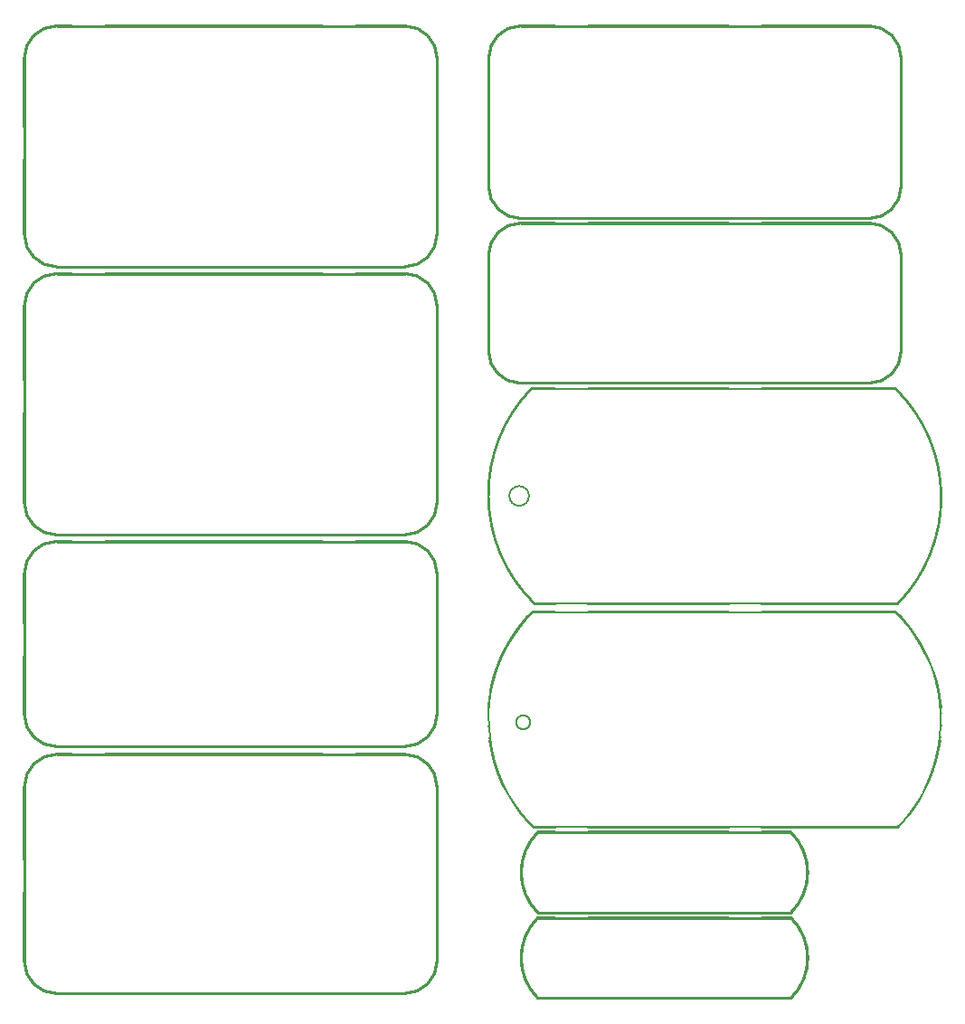
<source format=gbr>
%TF.GenerationSoftware,Altium Limited,Altium Designer,20.0.10 (225)*%
G04 Layer_Color=16711935*
%FSLAX26Y26*%
%MOIN*%
%TF.FileFunction,Other,Mechanical_1*%
%TF.Part,CustomerPanel*%
G01*
G75*
%TA.AperFunction,NonConductor*%
%ADD26C,0.010000*%
%ADD28C,0.006000*%
%ADD29C,0.005984*%
D26*
X1986341Y3169567D02*
G03*
X2104451Y3051457I118110J0D01*
G01*
X3505632Y3642008D02*
G03*
X3387522Y3760118I-118110J0D01*
G01*
Y3051457D02*
G03*
X3505632Y3169567I0J118110D01*
G01*
X2104451Y3760118D02*
G03*
X1986341Y3642008I0J-118110D01*
G01*
X3505632D02*
Y3169567D01*
X1986341Y3642008D02*
Y3169567D01*
X2104451Y3051457D02*
X3387522D01*
X2104451Y3760118D02*
X3387522D01*
X3099955Y178740D02*
G03*
X3099955Y473740I-147500J147500D01*
G01*
X2167396D02*
G03*
X2167396Y178740I147500J-147500D01*
G01*
X3099955D01*
X2167396Y473740D02*
X3099955D01*
Y493701D02*
G03*
X3099955Y788701I-147500J147500D01*
G01*
X2167396D02*
G03*
X2167396Y493701I147500J-147500D01*
G01*
X3099955D01*
X2167396Y788701D02*
X3099955D01*
X275591Y1223858D02*
G03*
X393701Y1105748I118110J0D01*
G01*
X1676772D02*
G03*
X1794882Y1223858I0J118110D01*
G01*
X393701Y1860748D02*
G03*
X275591Y1742638I0J-118110D01*
G01*
X1794882D02*
G03*
X1676772Y1860748I-118110J0D01*
G01*
X1794882Y1223858D02*
Y1742638D01*
X275591Y1223858D02*
Y1742638D01*
X393701Y1105748D02*
X1676772Y1105748D01*
X393701Y1860748D02*
X1676772Y1860748D01*
X275591Y2003858D02*
G03*
X393701Y1885748I118110J0D01*
G01*
X1676772D02*
G03*
X1794882Y2003858I0J118110D01*
G01*
X393701Y2847638D02*
G03*
X275591Y2729528I0J-118110D01*
G01*
X1794882D02*
G03*
X1676772Y2847638I-118110J0D01*
G01*
X1794882Y2003858D02*
Y2729528D01*
X275591Y2003858D02*
Y2729528D01*
X393701Y1885748D02*
X1676772Y1885748D01*
X393701Y2847638D02*
X1676772Y2847638D01*
X1986341Y2562717D02*
G03*
X2104451Y2444606I118110J0D01*
G01*
X3387522D02*
G03*
X3505632Y2562717I0J118110D01*
G01*
Y2915630D02*
G03*
X3387522Y3033740I-118110J0D01*
G01*
X2104451D02*
G03*
X1986341Y2915630I0J-118110D01*
G01*
X3505632Y2562717D02*
Y2915630D01*
X2104451Y2444606D02*
X3387522D01*
X2104451Y3033740D02*
X3387522D01*
X1986341Y2562717D02*
Y2915630D01*
X1676772Y195748D02*
G03*
X1794882Y313858I0J118110D01*
G01*
X275591Y313858D02*
G03*
X393701Y195748I118110J0D01*
G01*
X1794882Y957638D02*
G03*
X1676772Y1075748I-118110J0D01*
G01*
X393701Y1075748D02*
G03*
X275591Y957638I0J-118110D01*
G01*
Y313858D01*
X1794882Y957638D02*
Y313858D01*
X393701Y195748D02*
X1676772Y195748D01*
X393701Y1075748D02*
X1676772Y1075748D01*
Y2874016D02*
G03*
X1794882Y2992126I0J118110D01*
G01*
X275591D02*
G03*
X393701Y2874016I118110J0D01*
G01*
X1794882Y3642008D02*
G03*
X1676772Y3760118I-118110J0D01*
G01*
X393701D02*
G03*
X275591Y3642008I0J-118110D01*
G01*
X1794882Y2992126D02*
Y3642008D01*
X393701Y2874016D02*
X1676772D01*
X275591Y2992126D02*
Y3640118D01*
X393701Y3760118D02*
X1676772D01*
D28*
X3495731Y1631645D02*
G03*
X3655243Y2023740I-402149J392095D01*
G01*
X3532777Y1551913D02*
G03*
X3532630Y1552097I-2416J-1781D01*
G01*
X3532777Y1551913D02*
G03*
X3532630Y1552097I-2416J-1781D01*
G01*
X3503878Y1585289D02*
G03*
X3503706Y1585471I-2268J-1965D01*
G01*
X3503878Y1585289D02*
G03*
X3503717Y1585460I-2268J-1965D01*
G01*
X3387522Y3048456D02*
G03*
X3508633Y3169567I0J121111D01*
G01*
Y2915630D02*
G03*
X3387522Y3036741I-121111J0D01*
G01*
X3508633Y3642008D02*
G03*
X3387522Y3763119I-121111J0D01*
G01*
X3655243Y2023740D02*
G03*
X3485678Y2425889I-561660J0D01*
G01*
X3387522Y2441605D02*
G03*
X3508633Y2562717I0J121111D01*
G01*
X3493583Y1630739D02*
G03*
X3495731Y1631645I0J3001D01*
G01*
X3488083Y1600877D02*
G03*
X3485976Y1601741I-2107J-2137D01*
G01*
X3488093Y1600867D02*
G03*
X3485976Y1601741I-2118J-2127D01*
G01*
X3633697Y1357126D02*
G03*
X3633632Y1357350I-2912J-724D01*
G01*
X3633699Y1357121D02*
G03*
X3633697Y1357126I-2914J-718D01*
G01*
X3644295Y1314266D02*
G03*
X3644248Y1314497I-2961J-490D01*
G01*
X3644248Y1314494D02*
G03*
X3644247Y1314500I-2914J-718D01*
G01*
X3644295Y1314266D02*
G03*
X3644248Y1314494I-2961J-490D01*
G01*
X3619771Y1399017D02*
G03*
X3619688Y1399238I-2848J-947D01*
G01*
X3633698Y1357124D02*
G03*
X3633632Y1357350I-2913J-721D01*
G01*
X3651498Y1270697D02*
G03*
X3651468Y1270943I-2991J-244D01*
G01*
X3655260Y1226722D02*
G03*
X3655247Y1226970I-3001J-21D01*
G01*
X3655260Y1226709D02*
G03*
X3655249Y1226957I-3001J-8D01*
G01*
X3655260Y1226701D02*
G03*
X3655260Y1226709I-3001J0D01*
G01*
X3651497Y1270709D02*
G03*
X3651468Y1270943I-2990J-256D01*
G01*
X3558975Y1516363D02*
G03*
X3558836Y1516569I-2554J-1576D01*
G01*
X3582287Y1478896D02*
G03*
X3582174Y1479093I-2660J-1389D01*
G01*
X3582294Y1478881D02*
G03*
X3582287Y1478896I-2668J-1374D01*
G01*
X3582290Y1478889D02*
G03*
X3582167Y1479104I-2664J-1381D01*
G01*
X3558968Y1516374D02*
G03*
X3558836Y1516569I-2548J-1586D01*
G01*
X3602600Y1439689D02*
G03*
X3602500Y1439903I-2764J-1168D01*
G01*
X3619771Y1399017D02*
G03*
X3619688Y1399238I-2848J-947D01*
G01*
X3602503Y1439895D02*
G03*
X3602496Y1439910I-2668J-1374D01*
G01*
X3602600Y1439689D02*
G03*
X3602503Y1439895I-2764J-1168D01*
G01*
X3485678Y2425889D02*
G03*
X3483583Y2426741I-2095J-2149D01*
G01*
X2145000D02*
G03*
X2142851Y2425835I0J-3001D01*
G01*
X2152905Y1631591D02*
G03*
X2155000Y1630739I2095J2149D01*
G01*
X2147401Y1601741D02*
G03*
X2145253Y1600837I0J-3001D01*
G01*
X2147401Y1601741D02*
G03*
X2145264Y1600848I0J-3001D01*
G01*
X2129858Y1585224D02*
G03*
X2129688Y1585039I2127J-2118D01*
G01*
X2129847Y1585214D02*
G03*
X2129688Y1585039I2137J-2107D01*
G01*
X2098307Y1992371D02*
G03*
X2134676Y2028740I0J36369D01*
G01*
D02*
G03*
X2098307Y2065109I-36369J0D01*
G01*
X2101404Y1551449D02*
G03*
X2101259Y1551263I2296J-1933D01*
G01*
X2101404Y1551449D02*
G03*
X2101250Y1551250I2296J-1933D01*
G01*
X3655567Y1182789D02*
G03*
X3655567Y1182810I-3001J0D01*
G01*
X3655567Y1182789D02*
G03*
X3655567Y1182823I-3001J0D01*
G01*
X3655559Y1182575D02*
G03*
X3655567Y1182789I-2993J214D01*
G01*
X3655558Y1182563D02*
G03*
X3655567Y1182789I-2992J227D01*
G01*
X3652394Y1138540D02*
G03*
X3652421Y1138787I-2967J449D01*
G01*
X3652394Y1138540D02*
G03*
X3652420Y1138775I-2967J449D01*
G01*
X3645784Y1094890D02*
G03*
X3645828Y1095121I-2923J680D01*
G01*
X3645781Y1094879D02*
G03*
X3645828Y1095121I-2920J691D01*
G01*
X3635769Y1051893D02*
G03*
X3635834Y1052131I-2860J907D01*
G01*
X3635765Y1051880D02*
G03*
X3635831Y1052120I-2857J920D01*
G01*
X3622412Y1009814D02*
G03*
X3622496Y1010048I-2780J1129D01*
G01*
X3622407Y1009801D02*
G03*
X3622492Y1010035I-2776J1141D01*
G01*
X3605794Y968913D02*
G03*
X3605896Y969140I-2683J1344D01*
G01*
X3605794Y968913D02*
G03*
X3605891Y969127I-2683J1344D01*
G01*
X3586019Y929441D02*
G03*
X3586132Y929648I-2570J1550D01*
G01*
X3586019Y929441D02*
G03*
X3586132Y929648I-2570J1550D01*
G01*
X3563207Y891643D02*
G03*
X3563337Y891840I-2440J1747D01*
G01*
X3563198Y891630D02*
G03*
X3563337Y891840I-2431J1760D01*
G01*
X3537501Y855751D02*
G03*
X3537654Y855950I-2296J1933D01*
G01*
X3537501Y855751D02*
G03*
X3537645Y855937I-2296J1933D01*
G01*
X3509047Y821977D02*
G03*
X3509216Y822161I-2127J2118D01*
G01*
X3509057Y821987D02*
G03*
X3509216Y822161I-2137J2107D01*
G01*
X3491504Y805460D02*
G03*
X3493651Y806364I0J3001D01*
G01*
X3491504Y805460D02*
G03*
X3493641Y806354I0J3001D01*
G01*
X3102077Y176618D02*
G03*
X3164052Y326240I-149622J149622D01*
G01*
Y641201D02*
G03*
X3102077Y790823I-211597J0D01*
G01*
Y491579D02*
G03*
X3164052Y641201I-149622J149622D01*
G01*
X3102077Y790823D02*
G03*
X3099955Y791702I-2122J-2122D01*
G01*
X3164052Y326240D02*
G03*
X3102077Y475862I-211597J0D01*
G01*
Y790823D02*
G03*
X3099955Y791702I-2122J-2122D01*
G01*
Y490700D02*
G03*
X3102077Y491579I0J3001D01*
G01*
X3099955Y490700D02*
G03*
X3102077Y491579I0J3001D01*
G01*
Y475862D02*
G03*
X3099955Y476741I-2122J-2122D01*
G01*
Y175739D02*
G03*
X3102077Y176618I0J3001D01*
G01*
Y475862D02*
G03*
X3099955Y476741I-2122J-2122D01*
G01*
Y175739D02*
G03*
X3102077Y176618I0J3001D01*
G01*
X2167396Y791702D02*
G03*
X2165274Y790823I0J-3001D01*
G01*
X2150821Y806324D02*
G03*
X2152928Y805460I2107J2137D01*
G01*
X2167396Y791702D02*
G03*
X2165274Y790823I0J-3001D01*
G01*
X2150811Y806334D02*
G03*
X2152928Y805460I2118J2127D01*
G01*
X2167396Y476741D02*
G03*
X2165274Y475862I0J-3001D01*
G01*
Y176618D02*
G03*
X2167396Y175739I2122J2122D01*
G01*
X2165274Y491579D02*
G03*
X2167396Y490700I2122J2122D01*
G01*
X2165274Y491579D02*
G03*
X2167396Y490700I2122J2122D01*
G01*
Y476741D02*
G03*
X2165274Y475862I0J-3001D01*
G01*
Y176618D02*
G03*
X2167396Y175739I2122J2122D01*
G01*
X2135026Y821912D02*
G03*
X2135198Y821730I2268J1965D01*
G01*
X2165274Y790823D02*
G03*
X2165274Y491579I149622J-149622D01*
G01*
Y475862D02*
G03*
X2165274Y176618I149622J-149622D01*
G01*
X2106127Y855287D02*
G03*
X2106275Y855103I2416J1781D01*
G01*
X2106127Y855287D02*
G03*
X2106275Y855103I2416J1781D01*
G01*
X2135026Y821912D02*
G03*
X2135188Y821740I2268J1965D01*
G01*
X2104451Y3763119D02*
G03*
X1983340Y3642008I0J-121111D01*
G01*
X2104451Y3036741D02*
G03*
X1983340Y2915630I0J-121111D01*
G01*
Y3169567D02*
G03*
X2104451Y3048456I121111J0D01*
G01*
X1797883Y3642008D02*
G03*
X1676772Y3763119I-121111J0D01*
G01*
D02*
G03*
X1676747Y3763119I0J-3001D01*
G01*
X1797883Y2729528D02*
G03*
X1676772Y2850639I-121111J0D01*
G01*
X1676796Y2871015D02*
G03*
X1797883Y2992126I-25J121111D01*
G01*
X1676772Y2871015D02*
G03*
X1676796Y2871015I0J121111D01*
G01*
X1676772Y2871015D02*
G03*
X1676796Y2871015I0J3001D01*
G01*
X1676772Y2871015D02*
G03*
X1676796Y2871015I0J3001D01*
G01*
X1983340Y2562717D02*
G03*
X2104451Y2441605I121111J0D01*
G01*
X2098307Y2065109D02*
G03*
X2061938Y2028740I0J-36369D01*
G01*
D02*
G03*
X2098307Y1992371I36369J0D01*
G01*
X2075706Y1515570D02*
G03*
X2075568Y1515361I2431J-1760D01*
G01*
X2075697Y1515557D02*
G03*
X2075568Y1515361I2440J-1747D01*
G01*
X2052886Y1477759D02*
G03*
X2052772Y1477553I2570J-1550D01*
G01*
X2052886Y1477759D02*
G03*
X2052772Y1477553I2570J-1550D01*
G01*
X1676772Y1882747D02*
G03*
X1797883Y2003858I0J121111D01*
G01*
Y1742638D02*
G03*
X1676772Y1863749I-121111J0D01*
G01*
X2142851Y2425835D02*
G03*
X2152905Y1631591I402149J-392095D01*
G01*
X1676747Y1882747D02*
G03*
X1676772Y1882747I24J3001D01*
G01*
Y3763119D02*
G03*
X1676747Y3763119I0J-3001D01*
G01*
X393725D02*
G03*
X393701Y3763119I-24J-3001D01*
G01*
X393725Y2850639D02*
G03*
X393701Y2850639I-24J-3001D01*
G01*
X393725Y3763119D02*
G03*
X393701Y3763119I-24J-3001D01*
G01*
D02*
G03*
X272590Y3642008I0J-121111D01*
G01*
X393666Y2871015D02*
G03*
X393701Y2871015I35J121111D01*
G01*
X272590Y2992101D02*
G03*
X393666Y2871015I121111J25D01*
G01*
X272590Y2992126D02*
G03*
X272590Y2992101I121111J0D01*
G01*
X393725Y2850639D02*
G03*
X393701Y2850639I-24J-3001D01*
G01*
X393666Y2871015D02*
G03*
X393701Y2871015I35J3001D01*
G01*
X393666Y2871015D02*
G03*
X393701Y2871015I35J3001D01*
G01*
X272590Y2992126D02*
G03*
X272590Y2992101I3001J0D01*
G01*
X393701Y2850639D02*
G03*
X272590Y2729528I0J-121111D01*
G01*
X1676747Y1882747D02*
G03*
X1676772Y1882747I24J3001D01*
G01*
X393725Y1863749D02*
G03*
X393701Y1863749I-24J-3001D01*
G01*
X393725Y1863749D02*
G03*
X393701Y1863749I-24J-3001D01*
G01*
X272590Y2003858D02*
G03*
X393701Y1882747I121111J0D01*
G01*
X272590Y1742663D02*
G03*
X272590Y1742638I121111J-25D01*
G01*
X393701Y1863749D02*
G03*
X272590Y1742663I0J-121111D01*
G01*
D02*
G03*
X272590Y1742638I3001J-25D01*
G01*
X272590Y1742663D02*
G03*
X272590Y1742638I3001J-25D01*
G01*
X2033110Y1438288D02*
G03*
X2033013Y1438073I2683J-1344D01*
G01*
X2033110Y1438288D02*
G03*
X2033008Y1438061I2683J-1344D01*
G01*
X2016498Y1397399D02*
G03*
X2016413Y1397165I2776J-1141D01*
G01*
X2016493Y1397387D02*
G03*
X2016409Y1397153I2780J-1129D01*
G01*
X2003139Y1355320D02*
G03*
X2003073Y1355081I2857J-920D01*
G01*
X2003135Y1355308D02*
G03*
X2003071Y1355070I2860J-907D01*
G01*
X1993123Y1312321D02*
G03*
X1993076Y1312079I2920J-691D01*
G01*
X1993121Y1312311D02*
G03*
X1993076Y1312079I2923J-680D01*
G01*
X1986510Y1268660D02*
G03*
X1986484Y1268426I2967J-449D01*
G01*
X2036305Y967511D02*
G03*
X2036405Y967298I2764J1168D01*
G01*
X2036401Y967306D02*
G03*
X2036409Y967291I2668J1374D01*
G01*
X2036305Y967511D02*
G03*
X2036401Y967306I2764J1168D01*
G01*
X2079936Y890827D02*
G03*
X2080068Y890632I2548J1586D01*
G01*
X2056618Y928305D02*
G03*
X2056731Y928107I2660J1389D01*
G01*
X2056610Y928319D02*
G03*
X2056618Y928305I2668J1374D01*
G01*
X2056614Y928312D02*
G03*
X2056737Y928097I2664J1381D01*
G01*
X2079930Y890837D02*
G03*
X2080068Y890632I2554J1576D01*
G01*
X1994609Y1092935D02*
G03*
X1994657Y1092704I2961J490D01*
G01*
X1994656Y1092707D02*
G03*
X1994658Y1092701I2914J718D01*
G01*
X1994609Y1092935D02*
G03*
X1994656Y1092707I2961J490D01*
G01*
X1987406Y1136504D02*
G03*
X1987437Y1136257I2991J244D01*
G01*
X1987407Y1136491D02*
G03*
X1987437Y1136257I2990J256D01*
G01*
X2019133Y1008183D02*
G03*
X2019217Y1007963I2848J947D01*
G01*
X2019133Y1008183D02*
G03*
X2019217Y1007963I2848J947D01*
G01*
X2005207Y1050074D02*
G03*
X2005272Y1049851I2912J724D01*
G01*
X2005206Y1050080D02*
G03*
X2005207Y1050074I2914J718D01*
G01*
X2005207Y1050077D02*
G03*
X2005272Y1049851I2913J721D01*
G01*
X1986510Y1268660D02*
G03*
X1986484Y1268414I2967J-449D01*
G01*
X1983346Y1224638D02*
G03*
X1983338Y1224390I2992J-227D01*
G01*
X1983345Y1224626D02*
G03*
X1983338Y1224378I2993J-214D01*
G01*
X1983645Y1180491D02*
G03*
X1983656Y1180243I3001J8D01*
G01*
X1983645Y1180479D02*
G03*
X1983657Y1180231I3001J21D01*
G01*
X1676772Y1102747D02*
G03*
X1797883Y1223858I0J121111D01*
G01*
Y957638D02*
G03*
X1676772Y1078749I-121111J0D01*
G01*
X1676747Y1102747D02*
G03*
X1676772Y1102747I24J3001D01*
G01*
X272590Y1223858D02*
G03*
X272590Y1223833I3001J0D01*
G01*
X1676747Y1102747D02*
G03*
X1676772Y1102747I24J3001D01*
G01*
Y1078749D02*
G03*
X1676747Y1078749I0J-3001D01*
G01*
X1676772Y1078749D02*
G03*
X1676747Y1078749I0J-3001D01*
G01*
X272590Y1223833D02*
G03*
X393701Y1102747I121111J25D01*
G01*
X272590Y1223858D02*
G03*
X272590Y1223833I121111J0D01*
G01*
X393701Y1078749D02*
G03*
X393676Y1078749I0J-3001D01*
G01*
X1676796Y192747D02*
G03*
X1797883Y313858I-25J121111D01*
G01*
X1676772Y192747D02*
G03*
X1676796Y192747I0J121111D01*
G01*
X1676772Y192747D02*
G03*
X1676796Y192747I0J3001D01*
G01*
X1676772Y192747D02*
G03*
X1676796Y192747I0J3001D01*
G01*
X393676Y1078749D02*
G03*
X272590Y957638I25J-121111D01*
G01*
X393701Y1078749D02*
G03*
X393676Y1078749I0J-121111D01*
G01*
X393701Y192747D02*
G03*
X393725Y192747I0J3001D01*
G01*
X272590Y313858D02*
G03*
X393701Y192747I121111J0D01*
G01*
D02*
G03*
X393725Y192747I0J3001D01*
G01*
X3508633Y3495000D02*
Y3642008D01*
Y3169567D02*
Y3375000D01*
X1983340Y3495000D02*
Y3642008D01*
Y3169567D02*
Y3375000D01*
X3508633Y2825000D02*
Y2915630D01*
Y2562717D02*
Y2705000D01*
X1983340Y2825000D02*
Y2915630D01*
Y2562717D02*
Y2705000D01*
X3651498Y1270697D02*
X3653273Y1250000D01*
X3645828Y1095121D02*
X3651102Y1130000D01*
X1985164Y1250000D02*
X1986484Y1268414D01*
X1988473Y1130000D02*
X1994609Y1092935D01*
X2990000Y1601741D02*
X3485976Y1601741D01*
X2350000Y1601741D02*
X2870000Y1601741D01*
X2990000Y805460D02*
X3491504D01*
X2350000D02*
X2870000D01*
X2990000Y791702D02*
X3099955D01*
X2350000D02*
X2870000D01*
X2990000Y476741D02*
X3099955D01*
X2350000D02*
X2870000D01*
X2990000Y175739D02*
X3099955D01*
X2350000D02*
X2870000D01*
X2990000Y490700D02*
X3099955D01*
X2350000D02*
X2870000D01*
X2990000Y3048456D02*
X3387522D01*
X2350000D02*
X2870000D01*
X2990000Y3036741D02*
X3387522D01*
X2350000D02*
X2870000D01*
X2990000Y3763119D02*
X3387522D01*
X2350000D02*
X2870000D01*
X2990000Y2426741D02*
X3483583D01*
X2350000D02*
X2870000D01*
X2990000Y1630739D02*
X3493583D01*
X2350000D02*
X2870000D01*
X2990000Y2441605D02*
X3387522D01*
X2350000D02*
X2870000D01*
X2155000Y1630739D02*
X2230000D01*
X2152928Y805460D02*
X2230000D01*
X2167396Y791702D02*
X2230000D01*
X2167396Y476741D02*
X2230000D01*
X2167396Y175739D02*
X2230000D01*
X2167396Y490700D02*
X2230000D01*
X2104451Y3048456D02*
X2230000D01*
X2104451Y3036741D02*
X2230000D01*
X2104451Y3763119D02*
X2230000D01*
X2145000Y2426741D02*
X2230000D01*
X2147401Y1601741D02*
X2230000D01*
X2104451Y2441605D02*
X2230000D01*
X1495000Y1102747D02*
X1676747D01*
X570000Y1102747D02*
X1375000Y1102747D01*
X1495000Y1882747D02*
X1676747D01*
X570000Y1882747D02*
X1375000Y1882747D01*
X1495000Y192747D02*
X1676772D01*
X570000Y192747D02*
X1375000Y192747D01*
X1495000Y1078749D02*
X1676747D01*
X570000Y1078749D02*
X1375000Y1078749D01*
X1495000Y2871015D02*
X1676772D01*
X570000D02*
X1375000D01*
X1495000Y3763119D02*
X1676747D01*
X570000D02*
X1375000D01*
X1495000Y1863749D02*
X1676772D01*
X570000Y1863749D02*
X1375000Y1863749D01*
X1495000Y2850639D02*
X1676772D01*
X570000Y2850639D02*
X1375000Y2850639D01*
X393725Y2850639D02*
X450000D01*
X393725Y3763119D02*
X450000D01*
X393725Y192747D02*
X450000D01*
X393725Y1863749D02*
X450000D01*
X393701Y2871015D02*
X450000D01*
X393701Y1882747D02*
X450000D01*
X393701Y1078749D02*
X450000D01*
X393701Y1102747D02*
X450000D01*
X1797883Y3390000D02*
Y3642008D01*
Y2992126D02*
Y3270000D01*
X272590Y3390000D02*
Y3642008D01*
Y2992126D02*
Y3270000D01*
X1797883Y2455000D02*
Y2729528D01*
Y2003858D02*
Y2335000D01*
X272590Y2455000D02*
Y2729528D01*
Y2003858D02*
Y2335000D01*
X1797883Y1560000D02*
Y1742638D01*
Y1223858D02*
Y1440000D01*
X272590Y1560000D02*
Y1742638D01*
Y1223858D02*
Y1440000D01*
X1797883Y690000D02*
Y957638D01*
Y313858D02*
Y570000D01*
X272590Y690000D02*
Y957638D01*
Y313858D02*
Y570000D01*
X3503878Y1585289D02*
X3532630Y1552097D01*
X3503706Y1585471D02*
X3503717Y1585460D01*
X3488093Y1600867D02*
X3503706Y1585471D01*
X3488083Y1600877D02*
X3488093Y1600867D01*
X3633697Y1357126D02*
X3633698Y1357124D01*
X3633699Y1357121D01*
X3644247Y1314500D01*
X3644248Y1314497D01*
X3644248Y1314494D01*
X3619771Y1399017D02*
X3633632Y1357350D01*
X3651497Y1270709D02*
X3651498Y1270697D01*
X3644295Y1314266D02*
X3651468Y1270943D01*
X3558968Y1516374D02*
X3558975Y1516363D01*
X3582167Y1479104D01*
X3582174Y1479093D01*
X3532777Y1551913D02*
X3558836Y1516569D01*
X3602600Y1439689D02*
X3619688Y1399238D01*
X3582287Y1478896D02*
X3582290Y1478889D01*
X3582294Y1478881D01*
X3602496Y1439910D01*
X3602500Y1439903D01*
X3602503Y1439895D01*
X2145253Y1600837D02*
X2145264Y1600848D01*
X2129858Y1585224D02*
X2145253Y1600837D01*
X2129847Y1585214D02*
X2129858Y1585224D01*
X2101404Y1551449D02*
X2129688Y1585039D01*
X3645781Y1094879D02*
X3645784Y1094890D01*
X3635834Y1052131D02*
X3645781Y1094879D01*
X3635831Y1052120D02*
X3635834Y1052131D01*
X3635765Y1051880D02*
X3635769Y1051893D01*
X3622496Y1010048D02*
X3635765Y1051880D01*
X3622492Y1010035D02*
X3622496Y1010048D01*
X3622407Y1009801D02*
X3622412Y1009814D01*
X3605896Y969140D02*
X3622407Y1009801D01*
X3605891Y969127D02*
X3605896Y969140D01*
X3586132Y929648D02*
X3605794Y968913D01*
X3563337Y891840D02*
X3586019Y929441D01*
X3563198Y891630D02*
X3563207Y891643D01*
X3537654Y855950D02*
X3563198Y891630D01*
X3537645Y855937D02*
X3537654Y855950D01*
X3509216Y822161D02*
X3537501Y855751D01*
X3509047Y821977D02*
X3509057Y821987D01*
X3493651Y806364D02*
X3509047Y821977D01*
X3493641Y806354D02*
X3493651Y806364D01*
X2150811Y806334D02*
X2150821Y806324D01*
X2135198Y821730D02*
X2150811Y806334D01*
X2135188Y821740D02*
X2135198Y821730D01*
X2106275Y855103D02*
X2135026Y821912D01*
X2101250Y1551250D02*
X2101259Y1551263D01*
X2075706Y1515570D02*
X2101250Y1551250D01*
X2075697Y1515557D02*
X2075706Y1515570D01*
X2052886Y1477759D02*
X2075568Y1515361D01*
X2033110Y1438288D02*
X2052772Y1477553D01*
X1676747Y3763119D02*
X1676772D01*
X393701D02*
X393725D01*
X393701Y2850639D02*
X393725D01*
X1676772Y1863749D02*
X1676772D01*
X1676772D02*
X1676772D01*
X393701Y1863749D02*
X393725D01*
X1676747Y1882747D02*
X1676772D01*
X272590Y2003858D02*
Y2003858D01*
X2033008Y1438061D02*
X2033013Y1438073D01*
X2016498Y1397399D02*
X2033008Y1438061D01*
X2016493Y1397387D02*
X2016498Y1397399D01*
X2016409Y1397153D02*
X2016413Y1397165D01*
X2003139Y1355320D02*
X2016409Y1397153D01*
X2003135Y1355308D02*
X2003139Y1355320D01*
X2003071Y1355070D02*
X2003073Y1355081D01*
X1993123Y1312321D02*
X2003071Y1355070D01*
X1993121Y1312311D02*
X1993123Y1312321D01*
X1986510Y1268660D02*
X1993076Y1312079D01*
X2080068Y890632D02*
X2106127Y855287D01*
X2036401Y967306D02*
X2036405Y967298D01*
X2036409Y967291D01*
X2056610Y928319D01*
X2056614Y928312D01*
X2056618Y928305D01*
X2056731Y928107D02*
X2056737Y928097D01*
X2079930Y890837D01*
X2079936Y890827D01*
X2019217Y1007963D02*
X2036305Y967511D01*
X1994656Y1092707D02*
X1994657Y1092704D01*
X1994658Y1092701D01*
X2005206Y1050080D01*
X2005207Y1050077D01*
X2005207Y1050074D01*
X2005272Y1049851D02*
X2019133Y1008183D01*
X1986484Y1268414D02*
X1986484Y1268426D01*
X1676747Y1102747D02*
X1676772D01*
X1676747Y1078749D02*
X1676772D01*
X393701Y192747D02*
X393725D01*
X2117373Y1218740D02*
X2126562Y1214934D01*
X2133594Y1207902D01*
X2137401Y1198713D01*
Y1193740D02*
Y1198713D01*
Y1188767D02*
Y1193740D01*
X2133594Y1179579D02*
X2137401Y1188767D01*
X2126562Y1172546D02*
X2133594Y1179579D01*
X2117373Y1168740D02*
X2126562Y1172546D01*
X2107428Y1168740D02*
X2117373D01*
X2098239Y1172546D02*
X2107428Y1168740D01*
X2091206Y1179579D02*
X2098239Y1172546D01*
X2087401Y1188767D02*
X2091206Y1179579D01*
X2087401Y1188767D02*
Y1193740D01*
Y1198713D01*
X2091206Y1207902D01*
X2098239Y1214934D01*
X2107428Y1218740D01*
X2117373D01*
X2147401Y1598740D02*
X3485983Y1598740D01*
X2131984Y1583106D02*
X2147401Y1598740D01*
X2103699Y1549516D02*
X2131984Y1583106D01*
X2078137Y1513811D02*
X2103699Y1549516D01*
X2055455Y1476209D02*
X2078137Y1513811D01*
X2035794Y1436944D02*
X2055455Y1476209D01*
X2019273Y1396258D02*
X2035794Y1436944D01*
X2005996Y1354400D02*
X2019273Y1396258D01*
X1996044Y1311631D02*
X2005996Y1354400D01*
X1989478Y1268212D02*
X1996044Y1311631D01*
X1986339Y1224411D02*
X1989478Y1268212D01*
X1986339Y1224411D02*
X1986646Y1180500D01*
X1990397Y1136748D01*
X1997570Y1093425D01*
X2008120Y1050798D01*
X2021981Y1009131D01*
X2039069Y968679D01*
X2059278Y929693D01*
X2082484Y892413D01*
X2108543Y857068D01*
X2137295Y823877D01*
X2152928Y808461D01*
X3491511D01*
X3491504D02*
X3506920Y824094D01*
X3535205Y857684D01*
X3560767Y893390D01*
X3583449Y930991D01*
X3603111Y970256D01*
X3619631Y1010943D01*
X3632909Y1052800D01*
X3642861Y1095570D01*
X3649427Y1138989D01*
X3652566Y1182789D01*
X3652259Y1226701D02*
X3652566Y1182789D01*
X3648507Y1270453D02*
X3652259Y1226701D01*
X3641334Y1313776D02*
X3648507Y1270453D01*
X3630785Y1356403D02*
X3641334Y1313776D01*
X3616923Y1398070D02*
X3630785Y1356403D01*
X3599835Y1438522D02*
X3616923Y1398070D01*
X3579626Y1477508D02*
X3599835Y1438522D01*
X3556421Y1514788D02*
X3579626Y1477508D01*
X3530361Y1550132D02*
X3556421Y1514788D01*
X3501610Y1583324D02*
X3530361Y1550132D01*
X3485976Y1598740D02*
X3501610Y1583324D01*
D29*
X2145000Y2423740D02*
G03*
X2155000Y1633740I400000J-390000D01*
G01*
X3493583D02*
G03*
X3483583Y2423740I-400000J390000D01*
G01*
X2155000Y1633740D02*
X3493583D01*
X2145000Y2423740D02*
X3483583D01*
%TF.MD5,70ce7ef812a18ae2e0aa15b7a6191743*%
M02*

</source>
